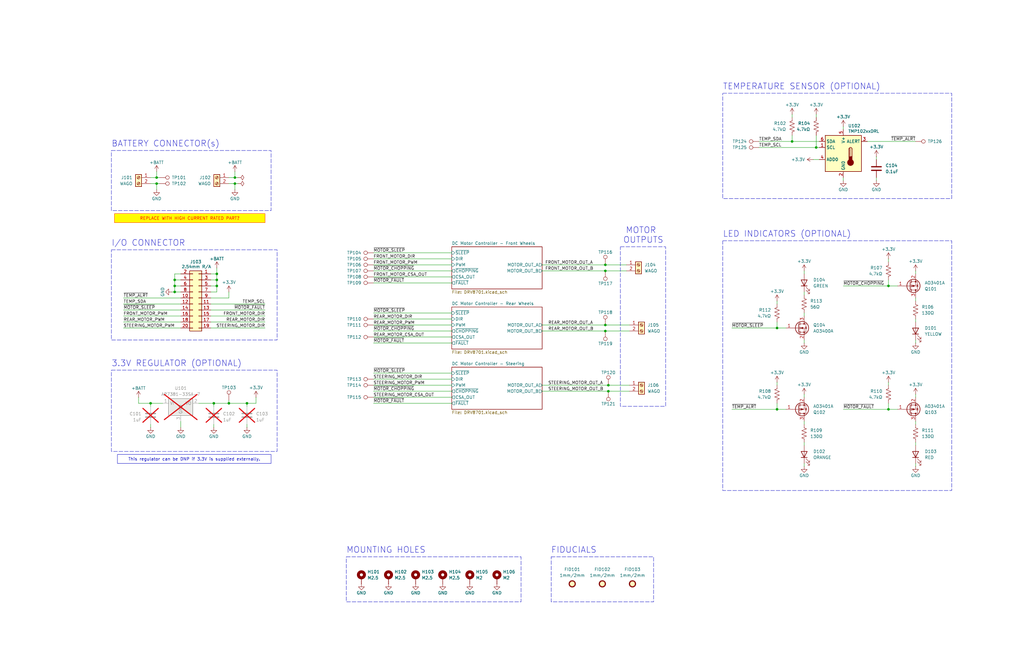
<source format=kicad_sch>
(kicad_sch (version 20250114) (generator "eeschema") (generator_version "9.0")
  (paper "USLedger")
  (title_block (title "Brushed DC Motor Driver") (date "2025-10-21") (rev "V3") (company "Learn Science and Math Club") (comment 1 "Geeks for Kids"))
  (rectangle (start 46.99 156.21) (end 116.84 190.5) (stroke (width 0) (type dash)))
  (rectangle (start 304.8 39.37) (end 401.32 83.82) (stroke (width 0) (type dash)))
  (rectangle (start 232.41 234.95) (end 275.59 254) (stroke (width 0) (type dash)))
  (rectangle (start 261.62 104.14) (end 280.67 171.45) (stroke (width 0) (type dash)))
  (rectangle (start 46.99 105.41) (end 116.84 143.51) (stroke (width 0) (type dash)))
  (rectangle (start 46.99 63.5) (end 114.3 88.9) (stroke (width 0) (type dash)))
  (rectangle (start 304.8 101.6) (end 401.32 207.01) (stroke (width 0) (type dash)))
  (rectangle (start 146.05 234.95) (end 219.71 254) (stroke (width 0) (type dash)))
  (text "LED INDICATORS (OPTIONAL)" (at 304.8 100.33 0) (effects (font (size 2.54 2.54)) (justify left bottom)))
  (text "3.3V REGULATOR (OPTIONAL)" (at 46.99 154.94 0) (effects (font (size 2.54 2.54)) (justify left bottom)))
  (text "MOUNTING HOLES" (at 146.05 233.68 0) (effects (font (size 2.54 2.54)) (justify left bottom)))
  (text "MOTOR \nOUTPUTS" (at 271.272 102.87 0) (effects (font (size 2.54 2.54)) (justify bottom)))
  (text "BATTERY CONNECTOR(s)" (at 46.99 62.23 0) (effects (font (size 2.54 2.54)) (justify left bottom)))
  (text "TEMPERATURE SENSOR (OPTIONAL)" (at 304.8 38.1 0) (effects (font (size 2.54 2.54)) (justify left bottom)))
  (text "I/O CONNECTOR" (at 46.99 104.14 0) (effects (font (size 2.54 2.54)) (justify left bottom)))
  (text "FIDUCIALS" (at 232.41 233.68 0) (effects (font (size 2.54 2.54)) (justify left bottom)))
  (text_box "This regulator can be DNP if 3.3V is supplied externally. " (at 49.53 191.77 0) (size 64.77 3.81) (margins 0.9525 0.9525 0.9525 0.9525) (effects (font (size 1.27 1.27))))
  (text_box "REPLACE WITH HIGH CURRENT RATED PART?" (at 48.26 90.17 0) (size 63.5 3.81) (margins 0.9525 0.9525 0.9525 0.9525) (stroke (width 0) (color 255 28 0 1)) (fill (type color) (color 255 252 0 1)) (effects (font (size 1.27 1.27))))
  (junction (at 73.66 123.19))
  (junction (at 73.66 118.11))
  (junction (at 327.66 172.72))
  (junction (at 104.14 170.18))
  (junction (at 99.06 74.93))
  (junction (at 344.17 62.23))
  (junction (at 73.66 120.65))
  (junction (at 66.04 77.47))
  (junction (at 63.5 170.18))
  (junction (at 334.01 59.69))
  (junction (at 96.52 170.18))
  (junction (at 255.27 139.7))
  (junction (at 90.17 170.18))
  (junction (at 255.27 114.3))
  (junction (at 256.54 162.56))
  (junction (at 256.54 165.1))
  (junction (at 374.65 172.72))
  (junction (at 255.27 111.76))
  (junction (at 327.66 138.43))
  (junction (at 255.27 137.16))
  (junction (at 374.65 120.65))
  (junction (at 91.44 120.65))
  (junction (at 91.44 115.57))
  (junction (at 91.44 118.11))
  (junction (at 66.04 74.93))
  (junction (at 99.06 77.47))
  (wire (pts (xy 88.9 130.81) (xy 111.76 130.81)))
  (wire (pts (xy 157.48 160.02) (xy 190.5 160.02)))
  (wire (pts (xy 255.27 114.3) (xy 264.16 114.3)))
  (wire (pts (xy 63.5 170.18) (xy 63.5 171.45)))
  (wire (pts (xy 339.09 123.19) (xy 339.09 124.46)))
  (wire (pts (xy 344.17 48.26) (xy 344.17 49.53)))
  (wire (pts (xy 256.54 165.1) (xy 265.43 165.1)))
  (wire (pts (xy 327.66 138.43) (xy 331.47 138.43)))
  (wire (pts (xy 157.48 139.7) (xy 190.5 139.7)))
  (wire (pts (xy 157.48 132.08) (xy 190.5 132.08)))
  (wire (pts (xy 66.04 74.93) (xy 67.31 74.93)))
  (wire (pts (xy 104.14 170.18) (xy 107.95 170.18)))
  (wire (pts (xy 157.48 162.56) (xy 190.5 162.56)))
  (wire (pts (xy 73.66 123.19) (xy 76.2 123.19)))
  (wire (pts (xy 66.04 77.47) (xy 67.31 77.47)))
  (wire (pts (xy 88.9 123.19) (xy 91.44 123.19)))
  (wire (pts (xy 228.6 114.3) (xy 255.27 114.3)))
  (wire (pts (xy 327.66 161.29) (xy 327.66 162.56)))
  (wire (pts (xy 73.66 120.65) (xy 73.66 118.11)))
  (wire (pts (xy 52.07 133.35) (xy 76.2 133.35)))
  (wire (pts (xy 308.61 172.72) (xy 327.66 172.72)))
  (wire (pts (xy 256.54 162.56) (xy 265.43 162.56)))
  (wire (pts (xy 157.48 134.62) (xy 190.5 134.62)))
  (wire (pts (xy 339.09 143.51) (xy 339.09 144.78)))
  (wire (pts (xy 327.66 127) (xy 327.66 128.27)))
  (wire (pts (xy 320.04 59.69) (xy 334.01 59.69)))
  (wire (pts (xy 327.66 172.72) (xy 331.47 172.72)))
  (wire (pts (xy 73.66 120.65) (xy 76.2 120.65)))
  (wire (pts (xy 96.52 125.73) (xy 96.52 123.19)))
  (wire (pts (xy 52.07 135.89) (xy 76.2 135.89)))
  (wire (pts (xy 386.08 166.37) (xy 386.08 167.64)))
  (wire (pts (xy 99.06 77.47) (xy 96.52 77.47)))
  (wire (pts (xy 83.82 170.18) (xy 90.17 170.18)))
  (wire (pts (xy 344.17 62.23) (xy 345.44 62.23)))
  (wire (pts (xy 91.44 123.19) (xy 91.44 120.65)))
  (wire (pts (xy 111.76 133.35) (xy 88.9 133.35)))
  (wire (pts (xy 63.5 170.18) (xy 68.58 170.18)))
  (wire (pts (xy 339.09 166.37) (xy 339.09 167.64)))
  (wire (pts (xy 355.6 172.72) (xy 374.65 172.72)))
  (wire (pts (xy 374.65 120.65) (xy 378.46 120.65)))
  (wire (pts (xy 308.61 138.43) (xy 327.66 138.43)))
  (wire (pts (xy 339.09 195.58) (xy 339.09 196.85)))
  (wire (pts (xy 157.48 106.68) (xy 190.5 106.68)))
  (wire (pts (xy 88.9 125.73) (xy 96.52 125.73)))
  (wire (pts (xy 374.65 172.72) (xy 378.46 172.72)))
  (wire (pts (xy 73.66 123.19) (xy 73.66 120.65)))
  (wire (pts (xy 63.5 179.07) (xy 63.5 180.34)))
  (wire (pts (xy 365.76 59.69) (xy 386.08 59.69)))
  (wire (pts (xy 369.57 67.31) (xy 369.57 66.04)))
  (wire (pts (xy 99.06 77.47) (xy 100.33 77.47)))
  (wire (pts (xy 355.6 76.2) (xy 355.6 74.93)))
  (wire (pts (xy 63.5 74.93) (xy 66.04 74.93)))
  (wire (pts (xy 90.17 170.18) (xy 90.17 171.45)))
  (wire (pts (xy 157.48 109.22) (xy 190.5 109.22)))
  (wire (pts (xy 157.48 170.18) (xy 190.5 170.18)))
  (wire (pts (xy 111.76 138.43) (xy 88.9 138.43)))
  (wire (pts (xy 255.27 139.7) (xy 265.43 139.7)))
  (wire (pts (xy 99.06 74.93) (xy 99.06 72.39)))
  (wire (pts (xy 334.01 48.26) (xy 334.01 49.53)))
  (wire (pts (xy 111.76 135.89) (xy 88.9 135.89)))
  (wire (pts (xy 374.65 109.22) (xy 374.65 110.49)))
  (wire (pts (xy 66.04 77.47) (xy 63.5 77.47)))
  (wire (pts (xy 334.01 57.15) (xy 334.01 59.69)))
  (wire (pts (xy 339.09 132.08) (xy 339.09 133.35)))
  (wire (pts (xy 386.08 143.51) (xy 386.08 144.78)))
  (wire (pts (xy 111.76 128.27) (xy 88.9 128.27)))
  (wire (pts (xy 107.95 170.18) (xy 107.95 167.64)))
  (wire (pts (xy 355.6 54.61) (xy 355.6 53.34)))
  (wire (pts (xy 327.66 135.89) (xy 327.66 138.43)))
  (wire (pts (xy 157.48 114.3) (xy 190.5 114.3)))
  (wire (pts (xy 88.9 118.11) (xy 91.44 118.11)))
  (wire (pts (xy 339.09 177.8) (xy 339.09 179.07)))
  (wire (pts (xy 386.08 186.69) (xy 386.08 187.96)))
  (wire (pts (xy 157.48 116.84) (xy 190.5 116.84)))
  (wire (pts (xy 104.14 179.07) (xy 104.14 180.34)))
  (wire (pts (xy 90.17 170.18) (xy 96.52 170.18)))
  (wire (pts (xy 342.9 67.31) (xy 345.44 67.31)))
  (wire (pts (xy 255.27 137.16) (xy 265.43 137.16)))
  (wire (pts (xy 355.6 120.65) (xy 374.65 120.65)))
  (wire (pts (xy 91.44 120.65) (xy 91.44 118.11)))
  (wire (pts (xy 52.07 138.43) (xy 76.2 138.43)))
  (wire (pts (xy 52.07 130.81) (xy 76.2 130.81)))
  (wire (pts (xy 228.6 111.76) (xy 255.27 111.76)))
  (wire (pts (xy 52.07 125.73) (xy 76.2 125.73)))
  (wire (pts (xy 52.07 128.27) (xy 76.2 128.27)))
  (wire (pts (xy 228.6 137.16) (xy 255.27 137.16)))
  (wire (pts (xy 58.42 170.18) (xy 63.5 170.18)))
  (wire (pts (xy 327.66 170.18) (xy 327.66 172.72)))
  (wire (pts (xy 157.48 111.76) (xy 190.5 111.76)))
  (wire (pts (xy 96.52 168.91) (xy 96.52 170.18)))
  (wire (pts (xy 100.33 74.93) (xy 99.06 74.93)))
  (wire (pts (xy 73.66 115.57) (xy 73.66 118.11)))
  (wire (pts (xy 228.6 162.56) (xy 256.54 162.56)))
  (wire (pts (xy 157.48 119.38) (xy 190.5 119.38)))
  (wire (pts (xy 374.65 161.29) (xy 374.65 162.56)))
  (wire (pts (xy 386.08 125.73) (xy 386.08 127)))
  (wire (pts (xy 228.6 165.1) (xy 256.54 165.1)))
  (wire (pts (xy 157.48 142.24) (xy 190.5 142.24)))
  (wire (pts (xy 91.44 115.57) (xy 91.44 113.03)))
  (wire (pts (xy 228.6 139.7) (xy 255.27 139.7)))
  (wire (pts (xy 339.09 186.69) (xy 339.09 187.96)))
  (wire (pts (xy 386.08 114.3) (xy 386.08 115.57)))
  (wire (pts (xy 104.14 170.18) (xy 104.14 171.45)))
  (wire (pts (xy 386.08 177.8) (xy 386.08 179.07)))
  (wire (pts (xy 66.04 74.93) (xy 66.04 72.39)))
  (wire (pts (xy 91.44 118.11) (xy 91.44 115.57)))
  (wire (pts (xy 386.08 134.62) (xy 386.08 135.89)))
  (wire (pts (xy 334.01 59.69) (xy 345.44 59.69)))
  (wire (pts (xy 99.06 80.01) (xy 99.06 77.47)))
  (wire (pts (xy 88.9 120.65) (xy 91.44 120.65)))
  (wire (pts (xy 88.9 115.57) (xy 91.44 115.57)))
  (wire (pts (xy 374.65 118.11) (xy 374.65 120.65)))
  (wire (pts (xy 255.27 111.76) (xy 264.16 111.76)))
  (wire (pts (xy 157.48 167.64) (xy 190.5 167.64)))
  (wire (pts (xy 157.48 137.16) (xy 190.5 137.16)))
  (wire (pts (xy 374.65 170.18) (xy 374.65 172.72)))
  (wire (pts (xy 96.52 170.18) (xy 104.14 170.18)))
  (wire (pts (xy 73.66 118.11) (xy 76.2 118.11)))
  (wire (pts (xy 58.42 167.64) (xy 58.42 170.18)))
  (wire (pts (xy 157.48 157.48) (xy 190.5 157.48)))
  (wire (pts (xy 386.08 195.58) (xy 386.08 196.85)))
  (wire (pts (xy 72.39 123.19) (xy 73.66 123.19)))
  (wire (pts (xy 66.04 80.01) (xy 66.04 77.47)))
  (wire (pts (xy 344.17 57.15) (xy 344.17 62.23)))
  (wire (pts (xy 157.48 144.78) (xy 190.5 144.78)))
  (wire (pts (xy 369.57 74.93) (xy 369.57 76.2)))
  (wire (pts (xy 157.48 165.1) (xy 190.5 165.1)))
  (wire (pts (xy 76.2 177.8) (xy 76.2 180.34)))
  (wire (pts (xy 339.09 114.3) (xy 339.09 115.57)))
  (wire (pts (xy 96.52 74.93) (xy 99.06 74.93)))
  (wire (pts (xy 76.2 115.57) (xy 73.66 115.57)))
  (wire (pts (xy 320.04 62.23) (xy 344.17 62.23)))
  (wire (pts (xy 90.17 179.07) (xy 90.17 180.34)))
  (label "REAR_MOTOR_DIR" (at 111.76 135.89 180))
  (label "STEERING_MOTOR_PWM" (at 157.48 162.56 0))
  (label "FRONT_MOTOR_OUT_A" (at 229.87 111.76 0))
  (label "~{MOTOR_SLEEP}" (at 52.07 130.81 0))
  (label "~{MOTOR_CHOPPING}" (at 157.48 165.1 0))
  (label "~{MOTOR_FAULT}" (at 157.48 119.38 0))
  (label "REAR_MOTOR_OUT_A" (at 231.14 137.16 0))
  (label "~{TEMP_ALRT}" (at 52.07 125.73 0))
  (label "FRONT_MOTOR_PWM" (at 157.48 111.76 0))
  (label "~{MOTOR_FAULT}" (at 157.48 144.78 0))
  (label "TEMP_SCL" (at 111.76 128.27 180))
  (label "TEMP_SDA" (at 320.04 59.69 0))
  (label "FRONT_MOTOR_CSA_OUT" (at 157.48 116.84 0))
  (label "FRONT_MOTOR_DIR" (at 111.76 133.35 180))
  (label "REAR_MOTOR_PWM" (at 52.07 135.89 0))
  (label "STEERING_MOTOR_PWM" (at 52.07 138.43 0))
  (label "FRONT_MOTOR_OUT_B" (at 229.87 114.3 0))
  (label "REAR_MOTOR_DIR" (at 157.48 134.62 0))
  (label "~{MOTOR_CHOPPING}" (at 355.6 120.65 0))
  (label "TEMP_SDA" (at 52.07 128.27 0))
  (label "~{MOTOR_SLEEP}" (at 157.48 106.68 0))
  (label "STEERING_MOTOR_OUT_B" (at 231.14 165.1 0))
  (label "~{MOTOR_FAULT}" (at 355.6 172.72 0))
  (label "~{MOTOR_SLEEP}" (at 157.48 157.48 0))
  (label "FRONT_MOTOR_DIR" (at 157.48 109.22 0))
  (label "~{MOTOR_FAULT}" (at 111.76 130.81 180))
  (label "STEERING_MOTOR_CSA_OUT" (at 157.48 167.64 0))
  (label "STEERING_MOTOR_DIR" (at 157.48 160.02 0))
  (label "~{TEMP_ALRT}" (at 386.08 59.69 180))
  (label "STEERING_MOTOR_DIR" (at 111.76 138.43 180))
  (label "TEMP_SCL" (at 320.04 62.23 0))
  (label "~{MOTOR_CHOPPING}" (at 157.48 114.3 0))
  (label "~{MOTOR_CHOPPING}" (at 157.48 139.7 0))
  (label "REAR_MOTOR_CSA_OUT" (at 157.48 142.24 0))
  (label "STEERING_MOTOR_OUT_A" (at 231.14 162.56 0))
  (label "~{TEMP_ALRT}" (at 308.61 172.72 0))
  (label "REAR_MOTOR_PWM" (at 157.48 137.16 0))
  (label "~{MOTOR_SLEEP}" (at 308.61 138.43 0))
  (label "FRONT_MOTOR_PWM" (at 52.07 133.35 0))
  (label "~{MOTOR_SLEEP}" (at 157.48 132.08 0))
  (label "~{MOTOR_FAULT}" (at 157.48 170.18 0))
  (label "REAR_MOTOR_OUT_B" (at 231.14 139.7 0))
  (symbol (lib_id "Connector:TestPoint") (at 157.48 162.56 90) (unit 1)
    (property "Reference" "TP114" (at 149.352 162.56 90))
    (property "Value" "1.5mm" (effects (hide yes)))
    (property "Footprint" "TestPoint:TestPoint_Pad_D1.5mm" (effects (hide yes)))
    (property "Description" "test point" (effects (hide yes)))
  )
  (symbol (lib_id "Mechanical:Fiducial") (at 241.3 246.38 0) (unit 1) (in_bom no)
    (property "Reference" "FID101" (at 241.3 240.284 0))
    (property "Value" "1mm/2mm" (at 241.3 242.824 0))
    (property "Footprint" "Fiducial:Fiducial_1mm_Mask2mm" (effects (hide yes)))
    (property "Description" "Fiducial Marker" (effects (hide yes)))
  )
  (symbol (lib_id "Device:R_US") (at 334.01 53.34 0) (mirror y) (unit 1)
    (property "Reference" "R102" (at 331.47 52.0699 0) (effects (justify left)))
    (property "Value" "4.7kΩ" (at 331.47 54.6099 0) (effects (justify left)))
    (property "Footprint" "Resistor_SMD:R_0603_1608Metric" (effects (hide yes)))
    (property "Datasheet" "https://www.lcsc.com/datasheet/C23162.pdf" (effects (hide yes)))
    (property "Description" "RES 4.7kΩ ±1% 100mW 0603" (effects (hide yes)))
    (property "MPN" "C23162" (effects (hide yes)))
  )
  (symbol (lib_id "Mechanical:Fiducial") (at 266.7 246.38 0) (unit 1) (in_bom no)
    (property "Reference" "FID103" (at 266.7 240.284 0))
    (property "Value" "1mm/2mm" (at 266.7 242.824 0))
    (property "Footprint" "Fiducial:Fiducial_1mm_Mask2mm" (effects (hide yes)))
    (property "Description" "Fiducial Marker" (effects (hide yes)))
  )
  (symbol (lib_id "Device:LED") (at 339.09 119.38 90) (unit 1)
    (property "Reference" "D104" (at 342.9 118.11 90) (effects (justify right)))
    (property "Value" "GREEN" (at 342.9 120.65 90) (effects (justify right)))
    (property "Footprint" "LED_SMD:LED_0603_1608Metric" (effects (hide yes)))
    (property "Datasheet" "https://www.lcsc.com/datasheet/C965804.pdf" (effects (hide yes)))
    (property "Description" "LED EMERALD GREEN WATER CLEAR 0603 SMD" (effects (hide yes)))
    (property "MPN" "C965804" (effects (hide yes)))
  )
  (symbol (lib_id "Regulator_Linear:AP7381-33SA-7") (at 76.2 170.18 0) (unit 1) (in_bom no) (dnp yes)
    (property "Reference" "U101" (at 76.2 163.83 0))
    (property "Value" "AP7381-33SA-7" (at 76.2 166.37 0))
    (property "Footprint" "Package_TO_SOT_SMD:SOT-23" (effects (hide yes)))
    (property "Datasheet" "https://www.diodes.com/assets/Datasheets/AP7381.pdf" (effects (hide yes)))
    (property "Description" "150mA Low Dropout Voltage Regulator, Fixed Output 3.3V, Wide Input Voltage Range 40V, SOT-23" (effects (hide yes)))
    (property "MPN" "C460411" (effects (hide yes)))
  )
  (symbol (lib_id "power:GND") (at 90.17 180.34 0) (mirror y) (unit 1)
    (property "Reference" "#PWR0110" (effects (hide yes)))
    (property "Value" "GND" (at 90.17 184.15 0))
    (property "Description" "Power symbol creates a global label with name \"GND\" , ground" (effects (hide yes)))
  )
  (symbol (lib_id "Device:LED") (at 339.09 191.77 90) (unit 1)
    (property "Reference" "D102" (at 342.9 190.5 90) (effects (justify right)))
    (property "Value" "ORANGE" (at 342.9 193.04 90) (effects (justify right)))
    (property "Footprint" "LED_SMD:LED_0603_1608Metric" (effects (hide yes)))
    (property "Datasheet" "https://www.lcsc.com/datasheet/C965800.pdf" (effects (hide yes)))
    (property "Description" "LED ORANGE WATER CLEAR 0603 SMD" (effects (hide yes)))
    (property "MPN" "C965800" (effects (hide yes)))
  )
  (symbol (lib_id "power:GND") (at 99.06 80.01 0) (mirror y) (unit 1)
    (property "Reference" "#PWR0115" (effects (hide yes)))
    (property "Value" "GND" (at 99.06 83.82 0))
    (property "Description" "Power symbol creates a global label with name \"GND\" , ground" (effects (hide yes)))
  )
  (symbol (lib_id "Sensor_Temperature:TMP102xxDRL") (at 355.6 64.77 0) (unit 1)
    (property "Reference" "U102" (at 357.632 53.086 0) (effects (justify left)))
    (property "Value" "TMP102xxDRL" (at 357.632 55.372 0) (effects (justify left)))
    (property "Footprint" "Package_TO_SOT_SMD:SOT-563" (effects (hide yes)))
    (property "Datasheet" "https://www.ti.com/lit/ds/symlink/tmp102.pdf" (effects (hide yes)))
    (property "Description" "Digital Temperature Sensor, ±3°C, low-Power, SMBus, 12 bit, Two-Wire Serial Interface, SOT-563" (effects (hide yes)))
    (property "MPN" "C99269" (effects (hide yes)))
  )
  (symbol (lib_id "power:+3.3V") (at 374.65 161.29 0) (unit 1)
    (property "Reference" "#PWR0136" (effects (hide yes)))
    (property "Value" "+3.3V" (at 374.65 157.226 0))
    (property "Description" "Power symbol creates a global label with name \"+3.3V\"" (effects (hide yes)))
  )
  (symbol (lib_id "power:GND") (at 104.14 180.34 0) (mirror y) (unit 1)
    (property "Reference" "#PWR0116" (effects (hide yes)))
    (property "Value" "GND" (at 104.14 184.15 0))
    (property "Description" "Power symbol creates a global label with name \"GND\" , ground" (effects (hide yes)))
  )
  (symbol (lib_id "Device:R_US") (at 327.66 132.08 0) (mirror y) (unit 1)
    (property "Reference" "R112" (at 325.12 130.8099 0) (effects (justify left)))
    (property "Value" "4.7kΩ" (at 325.12 133.3499 0) (effects (justify left)))
    (property "Footprint" "Resistor_SMD:R_0603_1608Metric" (effects (hide yes)))
    (property "Datasheet" "https://www.lcsc.com/datasheet/C23162.pdf" (effects (hide yes)))
    (property "Description" "RES 4.7kΩ ±1% 100mW 0603" (effects (hide yes)))
    (property "MPN" "C23162" (effects (hide yes)))
  )
  (symbol (lib_id "power:+3.3V") (at 334.01 48.26 0) (unit 1)
    (property "Reference" "#PWR0127" (effects (hide yes)))
    (property "Value" "+3.3V" (at 334.01 44.196 0))
    (property "Description" "Power symbol creates a global label with name \"+3.3V\"" (effects (hide yes)))
  )
  (symbol (lib_id "Device:R_US") (at 339.09 182.88 0) (unit 1)
    (property "Reference" "R109" (at 341.63 181.6099 0) (effects (justify left)))
    (property "Value" "130Ω" (at 341.63 184.1499 0) (effects (justify left)))
    (property "Footprint" "Resistor_SMD:R_0603_1608Metric" (effects (hide yes)))
    (property "Datasheet" "https://www.lcsc.com/datasheet/C22796.pdf" (effects (hide yes)))
    (property "Description" "RES 130Ω ±1% 100mW 0603" (effects (hide yes)))
    (property "MPN" "C22796" (effects (hide yes)))
  )
  (symbol (lib_id "Connector_Generic:Conn_02x10_Odd_Even") (at 83.82 125.73 0) (mirror y) (unit 1)
    (property "Reference" "J103" (at 82.55 110.49 0))
    (property "Value" "2.54mm R/A" (at 82.804 112.522 0))
    (property "Footprint" "Connector_PinSocket_2.54mm:PinSocket_2x10_P2.54mm_Horizontal" (effects (hide yes)))
    (property "Description" "Generic connector, double row, 02x10, odd/even pin numbering scheme (row 1 odd numbers, row 2 even numbers), script generated (kicad-library-utils/schlib/autogen/connector/)" (effects (hide yes)))
    (property "MPN" "C2897430" (effects (hide yes)))
  )
  (symbol (lib_id "Connector:TestPoint") (at 67.31 74.93 270) (mirror x) (unit 1)
    (property "Reference" "TP101" (at 75.438 74.93 90))
    (property "Value" "1.5mm" (effects (hide yes)))
    (property "Footprint" "TestPoint:TestPoint_Pad_D1.5mm" (effects (hide yes)))
    (property "Description" "test point" (effects (hide yes)))
  )
  (symbol (lib_id "Connector:TestPoint") (at 157.48 109.22 90) (unit 1)
    (property "Reference" "TP105" (at 149.352 109.22 90))
    (property "Value" "1.5mm" (effects (hide yes)))
    (property "Footprint" "TestPoint:TestPoint_Pad_D1.5mm" (effects (hide yes)))
    (property "Description" "test point" (effects (hide yes)))
  )
  (symbol (lib_id "Connector:TestPoint") (at 255.27 137.16 0) (mirror y) (unit 1)
    (property "Reference" "TP118" (at 255.27 131.826 0))
    (property "Value" "1.5mm" (effects (hide yes)))
    (property "Footprint" "TestPoint:TestPoint_Pad_D1.5mm" (effects (hide yes)))
    (property "Description" "test point" (effects (hide yes)))
  )
  (symbol (lib_id "Device:LED") (at 386.08 139.7 90) (unit 1)
    (property "Reference" "D101" (at 389.89 138.43 90) (effects (justify right)))
    (property "Value" "YELLOW" (at 389.89 140.97 90) (effects (justify right)))
    (property "Footprint" "LED_SMD:LED_0603_1608Metric" (effects (hide yes)))
    (property "Datasheet" "https://www.lcsc.com/datasheet/C965802.pdf" (effects (hide yes)))
    (property "Description" "LED YELLOW WATER CLEAR 0603 SMD" (effects (hide yes)))
    (property "MPN" "C965802" (effects (hide yes)))
  )
  (symbol (lib_id "power:+3.3V") (at 339.09 166.37 0) (unit 1)
    (property "Reference" "#PWR0134" (effects (hide yes)))
    (property "Value" "+3.3V" (at 339.09 162.306 0))
    (property "Description" "Power symbol creates a global label with name \"+3.3V\"" (effects (hide yes)))
  )
  (symbol (lib_id "power:GND") (at 369.57 76.2 0) (unit 1)
    (property "Reference" "#PWR0124" (effects (hide yes)))
    (property "Value" "GND" (at 369.57 80.01 0))
    (property "Description" "Power symbol creates a global label with name \"GND\" , ground" (effects (hide yes)))
  )
  (symbol (lib_id "Transistor_FET:Q_PMOS_GSD") (at 336.55 172.72 0) (mirror x) (unit 1)
    (property "Reference" "Q102" (at 342.9 173.9901 0) (effects (justify left)))
    (property "Value" "AO3401A" (at 342.9 171.4501 0) (effects (justify left)))
    (property "Footprint" "Package_TO_SOT_SMD:SOT-23" (effects (hide yes)))
    (property "Datasheet" "https://www.lcsc.com/datasheet/C347476.pdf" (effects (hide yes)))
    (property "Description" "MOSFET P-CH 30V 4.2A SOT-23" (effects (hide yes)))
    (property "MPN" "C347476" (effects (hide yes)))
  )
  (symbol (lib_id "Mechanical:MountingHole_Pad") (at 209.55 243.84 0) (unit 1) (in_bom no)
    (property "Reference" "H106" (at 212.09 241.2999 0) (effects (justify left)))
    (property "Value" "M2" (at 212.09 243.8399 0) (effects (justify left)))
    (property "Footprint" "MountingHole:MountingHole_2.2mm_M2_Pad_Via" (effects (hide yes)))
    (property "Description" "Mounting Hole with connection" (effects (hide yes)))
  )
  (symbol (lib_id "Connector:TestPoint") (at 386.08 59.69 270) (mirror x) (unit 1)
    (property "Reference" "TP126" (at 394.208 59.69 90))
    (property "Value" "1.5mm" (effects (hide yes)))
    (property "Footprint" "TestPoint:TestPoint_Pad_D1.5mm" (effects (hide yes)))
    (property "Description" "test point" (effects (hide yes)))
  )
  (symbol (lib_id "power:GND") (at 386.08 144.78 0) (mirror y) (unit 1)
    (property "Reference" "#PWR0130" (effects (hide yes)))
    (property "Value" "GND" (at 386.08 148.59 0))
    (property "Description" "Power symbol creates a global label with name \"GND\" , ground" (effects (hide yes)))
  )
  (symbol (lib_id "power:+3.3V") (at 96.52 123.19 0) (unit 1)
    (property "Reference" "#PWR0113" (effects (hide yes)))
    (property "Value" "+3.3V" (at 96.52 119.126 0))
    (property "Description" "Power symbol creates a global label with name \"+3.3V\"" (effects (hide yes)))
  )
  (symbol (lib_id "power:+3.3V") (at 342.9 67.31 90) (unit 1)
    (property "Reference" "#PWR0126" (effects (hide yes)))
    (property "Value" "+3.3V" (at 336.55 67.31 90))
    (property "Description" "Power symbol creates a global label with name \"+3.3V\"" (effects (hide yes)))
  )
  (symbol (lib_id "power:GND") (at 76.2 180.34 0) (mirror y) (unit 1)
    (property "Reference" "#PWR0108" (effects (hide yes)))
    (property "Value" "GND" (at 76.2 184.15 0))
    (property "Description" "Power symbol creates a global label with name \"GND\" , ground" (effects (hide yes)))
  )
  (symbol (lib_id "Transistor_FET:Q_NMOS_GSD") (at 336.55 138.43 0) (unit 1)
    (property "Reference" "Q104" (at 342.9 137.1599 0) (effects (justify left)))
    (property "Value" "AO3400A" (at 342.9 139.6999 0) (effects (justify left)))
    (property "Footprint" "Package_TO_SOT_SMD:SOT-23" (effects (hide yes)))
    (property "Datasheet" "https://www.lcsc.com/datasheet/C347475.pdf" (effects (hide yes)))
    (property "Description" "MOSFET N-CH 30V 5.8A SOT-23" (effects (hide yes)))
    (property "MPN" "C347475" (effects (hide yes)))
  )
  (symbol (lib_id "Connector:TestPoint") (at 157.48 134.62 90) (unit 1)
    (property "Reference" "TP110" (at 149.352 134.62 90))
    (property "Value" "1.5mm" (effects (hide yes)))
    (property "Footprint" "TestPoint:TestPoint_Pad_D1.5mm" (effects (hide yes)))
    (property "Description" "test point" (effects (hide yes)))
  )
  (symbol (lib_id "power:GND") (at 152.4 246.38 0) (unit 1)
    (property "Reference" "#PWR0102" (effects (hide yes)))
    (property "Value" "GND" (at 152.4 250.19 0))
    (property "Description" "Power symbol creates a global label with name \"GND\" , ground" (effects (hide yes)))
  )
  (symbol (lib_id "Connector:Screw_Terminal_01x02") (at 91.44 74.93 0) (mirror y) (unit 1)
    (property "Reference" "J102" (at 88.9 74.9299 0) (effects (justify left)))
    (property "Value" "WAGO" (at 88.9 77.4699 0) (effects (justify left)))
    (property "Footprint" "TerminalBlock_WAGO:TerminalBlock_WAGO_804-302_1x02_P7.50mm_45Degree" (effects (hide yes)))
    (property "Datasheet" "https://wago.priintcloud.com/datasheets/804-302/en/" (effects (hide yes)))
    (property "Description" "PCB TERMINAL BLOCK; PUSH-BUTTON;" (effects (hide yes)))
    (property "MPN" "804-302" (effects (hide yes)))
  )
  (symbol (lib_id "Connector:TestPoint") (at 255.27 139.7 180) (unit 1)
    (property "Reference" "TP119" (at 255.27 145.034 0))
    (property "Value" "1.5mm" (effects (hide yes)))
    (property "Footprint" "TestPoint:TestPoint_Pad_D1.5mm" (effects (hide yes)))
    (property "Description" "test point" (effects (hide yes)))
  )
  (symbol (lib_id "power:GND") (at 163.83 246.38 0) (unit 1)
    (property "Reference" "#PWR0104" (effects (hide yes)))
    (property "Value" "GND" (at 163.83 250.19 0))
    (property "Description" "Power symbol creates a global label with name \"GND\" , ground" (effects (hide yes)))
  )
  (symbol (lib_id "power:+BATT") (at 99.06 72.39 0) (mirror y) (unit 1)
    (property "Reference" "#PWR0114" (effects (hide yes)))
    (property "Value" "+BATT" (at 99.06 68.58 0))
    (property "Description" "Power symbol creates a global label with name \"+BATT\"" (effects (hide yes)))
  )
  (symbol (lib_id "power:GND") (at 355.6 76.2 0) (mirror y) (unit 1)
    (property "Reference" "#PWR0119" (effects (hide yes)))
    (property "Value" "GND" (at 355.6 80.01 0))
    (property "Description" "Power symbol creates a global label with name \"GND\" , ground" (effects (hide yes)))
  )
  (symbol (lib_id "Mechanical:MountingHole_Pad") (at 163.83 243.84 0) (unit 1) (in_bom no)
    (property "Reference" "H102" (at 166.37 241.2999 0) (effects (justify left)))
    (property "Value" "M2.5" (at 166.37 243.8399 0) (effects (justify left)))
    (property "Footprint" "MountingHole:MountingHole_2.7mm_M2.5_Pad_Via" (effects (hide yes)))
    (property "Description" "Mounting Hole with connection" (effects (hide yes)))
  )
  (symbol (lib_id "Mechanical:MountingHole_Pad") (at 186.69 243.84 0) (unit 1) (in_bom no)
    (property "Reference" "H104" (at 189.23 241.2999 0) (effects (justify left)))
    (property "Value" "M2.5" (at 189.23 243.8399 0) (effects (justify left)))
    (property "Footprint" "MountingHole:MountingHole_2.7mm_M2.5_Pad_Via" (effects (hide yes)))
    (property "Description" "Mounting Hole with connection" (effects (hide yes)))
  )
  (symbol (lib_id "Device:C") (at 369.57 71.12 0) (unit 1)
    (property "Reference" "C104" (at 373.38 69.8499 0) (effects (justify left)))
    (property "Value" "0.1uF" (at 373.38 72.3899 0) (effects (justify left)))
    (property "Footprint" "Capacitor_SMD:C_0603_1608Metric" (effects (hide yes)))
    (property "Datasheet" "https://www.lcsc.com/datasheet/C14663.pdf" (effects (hide yes)))
    (property "Description" "CAP CER 100nF 50V X7R 0603" (effects (hide yes)))
    (property "MPN" "C14663" (effects (hide yes)))
  )
  (symbol (lib_id "power:+3.3V") (at 386.08 166.37 0) (unit 1)
    (property "Reference" "#PWR0137" (effects (hide yes)))
    (property "Value" "+3.3V" (at 386.08 162.306 0))
    (property "Description" "Power symbol creates a global label with name \"+3.3V\"" (effects (hide yes)))
  )
  (symbol (lib_id "Device:R_US") (at 386.08 130.81 0) (unit 1)
    (property "Reference" "R106" (at 388.62 129.5399 0) (effects (justify left)))
    (property "Value" "130Ω" (at 388.62 132.0799 0) (effects (justify left)))
    (property "Footprint" "Resistor_SMD:R_0603_1608Metric" (effects (hide yes)))
    (property "Datasheet" "https://www.lcsc.com/datasheet/C22796.pdf" (effects (hide yes)))
    (property "Description" "RES 130Ω ±1% 100mW 0603" (effects (hide yes)))
    (property "MPN" "C22796" (effects (hide yes)))
  )
  (symbol (lib_id "Connector:TestPoint") (at 67.31 77.47 270) (mirror x) (unit 1)
    (property "Reference" "TP102" (at 75.438 77.47 90))
    (property "Value" "1.5mm" (effects (hide yes)))
    (property "Footprint" "TestPoint:TestPoint_Pad_D1.5mm" (effects (hide yes)))
    (property "Description" "test point" (effects (hide yes)))
  )
  (symbol (lib_id "Connector:TestPoint") (at 157.48 114.3 90) (unit 1)
    (property "Reference" "TP107" (at 149.352 114.3 90))
    (property "Value" "1.5mm" (effects (hide yes)))
    (property "Footprint" "TestPoint:TestPoint_Pad_D1.5mm" (effects (hide yes)))
    (property "Description" "test point" (effects (hide yes)))
  )
  (symbol (lib_id "power:+3.3V") (at 374.65 109.22 0) (unit 1)
    (property "Reference" "#PWR0132" (effects (hide yes)))
    (property "Value" "+3.3V" (at 374.65 105.156 0))
    (property "Description" "Power symbol creates a global label with name \"+3.3V\"" (effects (hide yes)))
  )
  (symbol (lib_id "power:PWR_FLAG") (at 100.33 74.93 270) (unit 1)
    (property "Reference" "#FLG0101" (effects (hide yes)))
    (property "Value" "PWR_FLAG" (effects (hide yes)))
    (property "Description" "Special symbol for telling ERC where power comes from" (effects (hide yes)))
  )
  (symbol (lib_id "Device:R_US") (at 327.66 166.37 0) (mirror y) (unit 1)
    (property "Reference" "R108" (at 325.12 165.0999 0) (effects (justify left)))
    (property "Value" "4.7kΩ" (at 325.12 167.6399 0) (effects (justify left)))
    (property "Footprint" "Resistor_SMD:R_0603_1608Metric" (effects (hide yes)))
    (property "Datasheet" "https://www.lcsc.com/datasheet/C23162.pdf" (effects (hide yes)))
    (property "Description" "RES 4.7kΩ ±1% 100mW 0603" (effects (hide yes)))
    (property "MPN" "C23162" (effects (hide yes)))
  )
  (symbol (lib_id "Connector:TestPoint") (at 255.27 111.76 0) (mirror y) (unit 1)
    (property "Reference" "TP116" (at 255.27 106.426 0))
    (property "Value" "1.5mm" (effects (hide yes)))
    (property "Footprint" "TestPoint:TestPoint_Pad_D1.5mm" (effects (hide yes)))
    (property "Description" "test point" (effects (hide yes)))
  )
  (symbol (lib_id "Connector:TestPoint") (at 96.52 168.91 0) (mirror y) (unit 1)
    (property "Reference" "TP103" (at 96.52 163.576 0))
    (property "Value" "1.5mm" (effects (hide yes)))
    (property "Footprint" "TestPoint:TestPoint_Pad_D1.5mm" (effects (hide yes)))
    (property "Description" "test point" (effects (hide yes)))
  )
  (symbol (lib_id "power:GND") (at 175.26 246.38 0) (unit 1)
    (property "Reference" "#PWR0109" (effects (hide yes)))
    (property "Value" "GND" (at 175.26 250.19 0))
    (property "Description" "Power symbol creates a global label with name \"GND\" , ground" (effects (hide yes)))
  )
  (symbol (lib_id "power:+3.3V") (at 386.08 114.3 0) (unit 1)
    (property "Reference" "#PWR0131" (effects (hide yes)))
    (property "Value" "+3.3V" (at 386.08 110.236 0))
    (property "Description" "Power symbol creates a global label with name \"+3.3V\"" (effects (hide yes)))
  )
  (symbol (lib_id "Connector:TestPoint") (at 157.48 119.38 90) (unit 1)
    (property "Reference" "TP109" (at 149.352 119.38 90))
    (property "Value" "1.5mm" (effects (hide yes)))
    (property "Footprint" "TestPoint:TestPoint_Pad_D1.5mm" (effects (hide yes)))
    (property "Description" "test point" (effects (hide yes)))
  )
  (symbol (lib_id "Connector:Screw_Terminal_01x02") (at 270.51 162.56 0) (unit 1)
    (property "Reference" "J106" (at 273.05 162.5599 0) (effects (justify left)))
    (property "Value" "WAGO" (at 273.05 165.0999 0) (effects (justify left)))
    (property "Footprint" "TerminalBlock_WAGO:TerminalBlock_WAGO_804-302_1x02_P7.50mm_45Degree" (effects (hide yes)))
    (property "Datasheet" "https://wago.priintcloud.com/datasheets/804-302/en/" (effects (hide yes)))
    (property "Description" "PCB TERMINAL BLOCK; PUSH-BUTTON;" (effects (hide yes)))
    (property "MPN" "804-302" (effects (hide yes)))
  )
  (symbol (lib_id "Connector:TestPoint") (at 320.04 59.69 90) (unit 1)
    (property "Reference" "TP124" (at 311.912 59.69 90))
    (property "Value" "1.5mm" (effects (hide yes)))
    (property "Footprint" "TestPoint:TestPoint_Pad_D1.5mm" (effects (hide yes)))
    (property "Description" "test point" (effects (hide yes)))
  )
  (symbol (lib_id "power:GND") (at 72.39 123.19 270) (unit 1)
    (property "Reference" "#PWR0107" (effects (hide yes)))
    (property "Value" "GND" (at 68.58 123.19 0))
    (property "Description" "Power symbol creates a global label with name \"GND\" , ground" (effects (hide yes)))
  )
  (symbol (lib_id "Device:R_US") (at 339.09 128.27 0) (unit 1)
    (property "Reference" "R113" (at 341.63 126.9999 0) (effects (justify left)))
    (property "Value" "56Ω" (at 341.63 129.5399 0) (effects (justify left)))
    (property "Footprint" "Resistor_SMD:R_0603_1608Metric" (effects (hide yes)))
    (property "Datasheet" "https://www.lcsc.com/datasheet/C25196.pdf" (effects (hide yes)))
    (property "Description" "RES 56Ω ±1% 100mW 0603" (effects (hide yes)))
    (property "MPN" "C25196" (effects (hide yes)))
  )
  (symbol (lib_id "Connector:Screw_Terminal_01x02") (at 58.42 74.93 0) (mirror y) (unit 1)
    (property "Reference" "J101" (at 55.88 74.9299 0) (effects (justify left)))
    (property "Value" "WAGO" (at 55.88 77.4699 0) (effects (justify left)))
    (property "Footprint" "TerminalBlock_WAGO:TerminalBlock_WAGO_804-302_1x02_P7.50mm_45Degree" (effects (hide yes)))
    (property "Datasheet" "https://wago.priintcloud.com/datasheets/804-302/en/" (effects (hide yes)))
    (property "Description" "PCB TERMINAL BLOCK; PUSH-BUTTON;" (effects (hide yes)))
    (property "MPN" "804-302" (effects (hide yes)))
  )
  (symbol (lib_id "Mechanical:Fiducial") (at 254 246.38 0) (unit 1) (in_bom no)
    (property "Reference" "FID102" (at 254 240.284 0))
    (property "Value" "1mm/2mm" (at 254 242.824 0))
    (property "Footprint" "Fiducial:Fiducial_1mm_Mask2mm" (effects (hide yes)))
    (property "Description" "Fiducial Marker" (effects (hide yes)))
  )
  (symbol (lib_id "power:+BATT") (at 66.04 72.39 0) (mirror y) (unit 1)
    (property "Reference" "#PWR0105" (effects (hide yes)))
    (property "Value" "+BATT" (at 66.04 68.58 0))
    (property "Description" "Power symbol creates a global label with name \"+BATT\"" (effects (hide yes)))
  )
  (symbol (lib_id "Device:C") (at 90.17 175.26 180) (unit 1) (in_bom no) (dnp yes)
    (property "Reference" "C102" (at 93.98 174.625 0) (effects (justify right)))
    (property "Value" "1uF" (at 93.98 177.165 0) (effects (justify right)))
    (property "Footprint" "Capacitor_SMD:C_0603_1608Metric" (effects (hide yes)))
    (property "Datasheet" "https://www.lcsc.com/datasheet/lcsc_datasheet_2210171730_Samsung-Electro-Mechanics-CL10B105KB8NQNC_C5199872.pdf" (effects (hide yes)))
    (property "Description" "CAP CER 1uF 50V X7R 0603" (effects (hide yes)))
    (property "MPN" "C5199872" (effects (hide yes)))
  )
  (symbol (lib_id "Mechanical:MountingHole_Pad") (at 152.4 243.84 0) (unit 1) (in_bom no)
    (property "Reference" "H101" (at 154.94 241.2999 0) (effects (justify left)))
    (property "Value" "M2.5" (at 154.94 243.8399 0) (effects (justify left)))
    (property "Footprint" "MountingHole:MountingHole_2.7mm_M2.5_Pad_Via" (effects (hide yes)))
    (property "Description" "Mounting Hole with connection" (effects (hide yes)))
  )
  (symbol (lib_id "Connector:TestPoint") (at 157.48 137.16 90) (unit 1)
    (property "Reference" "TP111" (at 149.352 137.16 90))
    (property "Value" "1.5mm" (effects (hide yes)))
    (property "Footprint" "TestPoint:TestPoint_Pad_D1.5mm" (effects (hide yes)))
    (property "Description" "test point" (effects (hide yes)))
  )
  (symbol (lib_id "power:GND") (at 66.04 80.01 0) (mirror y) (unit 1)
    (property "Reference" "#PWR0106" (effects (hide yes)))
    (property "Value" "GND" (at 66.04 83.82 0))
    (property "Description" "Power symbol creates a global label with name \"GND\" , ground" (effects (hide yes)))
  )
  (symbol (lib_id "power:+3.3V") (at 355.6 53.34 0) (unit 1)
    (property "Reference" "#PWR0123" (effects (hide yes)))
    (property "Value" "+3.3V" (at 355.6 49.276 0))
    (property "Description" "Power symbol creates a global label with name \"+3.3V\"" (effects (hide yes)))
  )
  (symbol (lib_id "power:+3.3V") (at 339.09 114.3 0) (unit 1)
    (property "Reference" "#PWR0140" (effects (hide yes)))
    (property "Value" "+3.3V" (at 339.09 110.236 0))
    (property "Description" "Power symbol creates a global label with name \"+3.3V\"" (effects (hide yes)))
  )
  (symbol (lib_id "power:+3.3V") (at 107.95 167.64 0) (unit 1)
    (property "Reference" "#PWR0117" (effects (hide yes)))
    (property "Value" "+3.3V" (at 107.95 163.576 0))
    (property "Description" "Power symbol creates a global label with name \"+3.3V\"" (effects (hide yes)))
  )
  (symbol (lib_id "Connector:TestPoint") (at 157.48 111.76 90) (unit 1)
    (property "Reference" "TP106" (at 149.352 111.76 90))
    (property "Value" "1.5mm" (effects (hide yes)))
    (property "Footprint" "TestPoint:TestPoint_Pad_D1.5mm" (effects (hide yes)))
    (property "Description" "test point" (effects (hide yes)))
  )
  (symbol (lib_id "Device:LED") (at 386.08 191.77 90) (unit 1)
    (property "Reference" "D103" (at 389.89 190.5 90) (effects (justify right)))
    (property "Value" "RED" (at 389.89 193.04 90) (effects (justify right)))
    (property "Footprint" "LED_SMD:LED_0603_1608Metric" (effects (hide yes)))
    (property "Datasheet" "https://www.lcsc.com/datasheet/C965799.pdf" (effects (hide yes)))
    (property "Description" "LED RED WATER CLEAR 0603 SMD" (effects (hide yes)))
    (property "MPN" "C965799" (effects (hide yes)))
  )
  (symbol (lib_id "Mechanical:MountingHole_Pad") (at 175.26 243.84 0) (unit 1) (in_bom no)
    (property "Reference" "H103" (at 177.8 241.2999 0) (effects (justify left)))
    (property "Value" "M2.5" (at 177.8 243.8399 0) (effects (justify left)))
    (property "Footprint" "MountingHole:MountingHole_2.7mm_M2.5_Pad_Via" (effects (hide yes)))
    (property "Description" "Mounting Hole with connection" (effects (hide yes)))
  )
  (symbol (lib_id "Device:R_US") (at 344.17 53.34 0) (mirror y) (unit 1)
    (property "Reference" "R104" (at 341.63 52.0699 0) (effects (justify left)))
    (property "Value" "4.7kΩ" (at 341.63 54.6099 0) (effects (justify left)))
    (property "Footprint" "Resistor_SMD:R_0603_1608Metric" (effects (hide yes)))
    (property "Datasheet" "https://www.lcsc.com/datasheet/C23162.pdf" (effects (hide yes)))
    (property "Description" "RES 4.7kΩ ±1% 100mW 0603" (effects (hide yes)))
    (property "MPN" "C23162" (effects (hide yes)))
  )
  (symbol (lib_id "power:+3.3V") (at 369.57 66.04 0) (unit 1)
    (property "Reference" "#PWR0125" (effects (hide yes)))
    (property "Value" "+3.3V" (at 369.57 61.976 0))
    (property "Description" "Power symbol creates a global label with name \"+3.3V\"" (effects (hide yes)))
  )
  (symbol (lib_id "power:GND") (at 386.08 196.85 0) (mirror y) (unit 1)
    (property "Reference" "#PWR0138" (effects (hide yes)))
    (property "Value" "GND" (at 386.08 200.66 0))
    (property "Description" "Power symbol creates a global label with name \"GND\" , ground" (effects (hide yes)))
  )
  (symbol (lib_id "power:PWR_FLAG") (at 100.33 77.47 270) (unit 1)
    (property "Reference" "#FLG0102" (effects (hide yes)))
    (property "Value" "PWR_FLAG" (effects (hide yes)))
    (property "Description" "Special symbol for telling ERC where power comes from" (effects (hide yes)))
  )
  (symbol (lib_id "Transistor_FET:Q_PMOS_GSD") (at 383.54 120.65 0) (mirror x) (unit 1)
    (property "Reference" "Q101" (at 389.89 121.9201 0) (effects (justify left)))
    (property "Value" "AO3401A" (at 389.89 119.3801 0) (effects (justify left)))
    (property "Footprint" "Package_TO_SOT_SMD:SOT-23" (effects (hide yes)))
    (property "Datasheet" "https://www.lcsc.com/datasheet/C347476.pdf" (effects (hide yes)))
    (property "Description" "MOSFET P-CH 30V 4.2A SOT-23" (effects (hide yes)))
    (property "MPN" "C347476" (effects (hide yes)))
  )
  (symbol (lib_id "Connector:TestPoint") (at 255.27 114.3 180) (unit 1)
    (property "Reference" "TP117" (at 255.27 119.634 0))
    (property "Value" "1.5mm" (effects (hide yes)))
    (property "Footprint" "TestPoint:TestPoint_Pad_D1.5mm" (effects (hide yes)))
    (property "Description" "test point" (effects (hide yes)))
  )
  (symbol (lib_id "Connector:TestPoint") (at 320.04 62.23 90) (unit 1)
    (property "Reference" "TP125" (at 311.912 62.23 90))
    (property "Value" "1.5mm" (effects (hide yes)))
    (property "Footprint" "TestPoint:TestPoint_Pad_D1.5mm" (effects (hide yes)))
    (property "Description" "test point" (effects (hide yes)))
  )
  (symbol (lib_id "Device:C") (at 63.5 175.26 0) (mirror x) (unit 1) (in_bom no) (dnp yes)
    (property "Reference" "C101" (at 59.69 174.625 0) (effects (justify right)))
    (property "Value" "1uF" (at 59.69 177.165 0) (effects (justify right)))
    (property "Footprint" "Capacitor_SMD:C_0603_1608Metric" (effects (hide yes)))
    (property "Datasheet" "https://www.lcsc.com/datasheet/lcsc_datasheet_2210171730_Samsung-Electro-Mechanics-CL10B105KB8NQNC_C5199872.pdf" (effects (hide yes)))
    (property "Description" "CAP CER 1uF 50V X7R 0603" (effects (hide yes)))
    (property "MPN" "C5199872" (effects (hide yes)))
  )
  (symbol (lib_id "Transistor_FET:Q_PMOS_GSD") (at 383.54 172.72 0) (mirror x) (unit 1)
    (property "Reference" "Q103" (at 389.89 173.9901 0) (effects (justify left)))
    (property "Value" "AO3401A" (at 389.89 171.4501 0) (effects (justify left)))
    (property "Footprint" "Package_TO_SOT_SMD:SOT-23" (effects (hide yes)))
    (property "Datasheet" "https://www.lcsc.com/datasheet/C347476.pdf" (effects (hide yes)))
    (property "Description" "MOSFET P-CH 30V 4.2A SOT-23" (effects (hide yes)))
    (property "MPN" "C347476" (effects (hide yes)))
  )
  (symbol (lib_id "Connector:TestPoint") (at 157.48 106.68 90) (unit 1)
    (property "Reference" "TP104" (at 149.352 106.68 90))
    (property "Value" "1.5mm" (effects (hide yes)))
    (property "Footprint" "TestPoint:TestPoint_Pad_D1.5mm" (effects (hide yes)))
    (property "Description" "test point" (effects (hide yes)))
  )
  (symbol (lib_id "Device:R_US") (at 374.65 166.37 0) (mirror y) (unit 1)
    (property "Reference" "R110" (at 372.11 165.0999 0) (effects (justify left)))
    (property "Value" "4.7kΩ" (at 372.11 167.6399 0) (effects (justify left)))
    (property "Footprint" "Resistor_SMD:R_0603_1608Metric" (effects (hide yes)))
    (property "Datasheet" "https://www.lcsc.com/datasheet/C23162.pdf" (effects (hide yes)))
    (property "Description" "RES 4.7kΩ ±1% 100mW 0603" (effects (hide yes)))
    (property "MPN" "C23162" (effects (hide yes)))
  )
  (symbol (lib_id "power:GND") (at 63.5 180.34 0) (unit 1)
    (property "Reference" "#PWR0103" (effects (hide yes)))
    (property "Value" "GND" (at 63.5 184.15 0))
    (property "Description" "Power symbol creates a global label with name \"GND\" , ground" (effects (hide yes)))
  )
  (symbol (lib_id "Connector:TestPoint") (at 157.48 116.84 90) (unit 1)
    (property "Reference" "TP108" (at 149.352 116.84 90))
    (property "Value" "1.5mm" (effects (hide yes)))
    (property "Footprint" "TestPoint:TestPoint_Pad_D1.5mm" (effects (hide yes)))
    (property "Description" "test point" (effects (hide yes)))
  )
  (symbol (lib_id "power:+3.3V") (at 344.17 48.26 0) (unit 1)
    (property "Reference" "#PWR0128" (effects (hide yes)))
    (property "Value" "+3.3V" (at 344.17 44.196 0))
    (property "Description" "Power symbol creates a global label with name \"+3.3V\"" (effects (hide yes)))
  )
  (symbol (lib_id "Connector:TestPoint") (at 256.54 162.56 0) (mirror y) (unit 1)
    (property "Reference" "TP120" (at 256.54 157.226 0))
    (property "Value" "1.5mm" (effects (hide yes)))
    (property "Footprint" "TestPoint:TestPoint_Pad_D1.5mm" (effects (hide yes)))
    (property "Description" "test point" (effects (hide yes)))
  )
  (symbol (lib_id "power:+BATT") (at 91.44 113.03 0) (mirror y) (unit 1)
    (property "Reference" "#PWR0112" (effects (hide yes)))
    (property "Value" "+BATT" (at 91.44 109.22 0))
    (property "Description" "Power symbol creates a global label with name \"+BATT\"" (effects (hide yes)))
  )
  (symbol (lib_id "power:GND") (at 339.09 196.85 0) (mirror y) (unit 1)
    (property "Reference" "#PWR0135" (effects (hide yes)))
    (property "Value" "GND" (at 339.09 200.66 0))
    (property "Description" "Power symbol creates a global label with name \"GND\" , ground" (effects (hide yes)))
  )
  (symbol (lib_id "power:+BATT") (at 58.42 167.64 0) (mirror y) (unit 1)
    (property "Reference" "#PWR0101" (effects (hide yes)))
    (property "Value" "+BATT" (at 58.42 163.83 0))
    (property "Description" "Power symbol creates a global label with name \"+BATT\"" (effects (hide yes)))
  )
  (symbol (lib_id "Connector:TestPoint") (at 256.54 165.1 180) (unit 1)
    (property "Reference" "TP121" (at 256.54 170.434 0))
    (property "Value" "1.5mm" (effects (hide yes)))
    (property "Footprint" "TestPoint:TestPoint_Pad_D1.5mm" (effects (hide yes)))
    (property "Description" "test point" (effects (hide yes)))
  )
  (symbol (lib_id "Connector:TestPoint") (at 157.48 167.64 90) (unit 1)
    (property "Reference" "TP115" (at 149.352 167.64 90))
    (property "Value" "1.5mm" (effects (hide yes)))
    (property "Footprint" "TestPoint:TestPoint_Pad_D1.5mm" (effects (hide yes)))
    (property "Description" "test point" (effects (hide yes)))
  )
  (symbol (lib_id "Device:R_US") (at 374.65 114.3 0) (mirror y) (unit 1)
    (property "Reference" "R107" (at 372.11 113.0299 0) (effects (justify left)))
    (property "Value" "4.7kΩ" (at 372.11 115.5699 0) (effects (justify left)))
    (property "Footprint" "Resistor_SMD:R_0603_1608Metric" (effects (hide yes)))
    (property "Datasheet" "https://www.lcsc.com/datasheet/C23162.pdf" (effects (hide yes)))
    (property "Description" "RES 4.7kΩ ±1% 100mW 0603" (effects (hide yes)))
    (property "MPN" "C23162" (effects (hide yes)))
  )
  (symbol (lib_id "power:GND") (at 339.09 144.78 0) (mirror y) (unit 1)
    (property "Reference" "#PWR0141" (effects (hide yes)))
    (property "Value" "GND" (at 339.09 148.59 0))
    (property "Description" "Power symbol creates a global label with name \"GND\" , ground" (effects (hide yes)))
  )
  (symbol (lib_id "Connector:TestPoint") (at 157.48 142.24 90) (unit 1)
    (property "Reference" "TP112" (at 149.352 142.24 90))
    (property "Value" "1.5mm" (effects (hide yes)))
    (property "Footprint" "TestPoint:TestPoint_Pad_D1.5mm" (effects (hide yes)))
    (property "Description" "test point" (effects (hide yes)))
  )
  (symbol (lib_id "power:GND") (at 198.12 246.38 0) (unit 1)
    (property "Reference" "#PWR0121" (effects (hide yes)))
    (property "Value" "GND" (at 198.12 250.19 0))
    (property "Description" "Power symbol creates a global label with name \"GND\" , ground" (effects (hide yes)))
  )
  (symbol (lib_id "Device:C") (at 104.14 175.26 180) (unit 1) (in_bom no) (dnp yes)
    (property "Reference" "C103" (at 107.95 174.625 0) (effects (justify right)))
    (property "Value" "1uF" (at 107.95 177.165 0) (effects (justify right)))
    (property "Footprint" "Capacitor_SMD:C_0603_1608Metric" (effects (hide yes)))
    (property "Datasheet" "https://www.lcsc.com/datasheet/lcsc_datasheet_2210171730_Samsung-Electro-Mechanics-CL10B105KB8NQNC_C5199872.pdf" (effects (hide yes)))
    (property "Description" "CAP CER 1uF 50V X7R 0603" (effects (hide yes)))
    (property "MPN" "C5199872" (effects (hide yes)))
  )
  (symbol (lib_id "Connector:TestPoint") (at 157.48 160.02 90) (unit 1)
    (property "Reference" "TP113" (at 149.352 160.02 90))
    (property "Value" "1.5mm" (effects (hide yes)))
    (property "Footprint" "TestPoint:TestPoint_Pad_D1.5mm" (effects (hide yes)))
    (property "Description" "test point" (effects (hide yes)))
  )
  (symbol (lib_id "Mechanical:MountingHole_Pad") (at 198.12 243.84 0) (unit 1) (in_bom no)
    (property "Reference" "H105" (at 200.66 241.2999 0) (effects (justify left)))
    (property "Value" "M2" (at 200.66 243.8399 0) (effects (justify left)))
    (property "Footprint" "MountingHole:MountingHole_2.2mm_M2_Pad_Via" (effects (hide yes)))
    (property "Description" "Mounting Hole with connection" (effects (hide yes)))
  )
  (symbol (lib_id "power:+3.3V") (at 327.66 161.29 0) (unit 1)
    (property "Reference" "#PWR0133" (effects (hide yes)))
    (property "Value" "+3.3V" (at 327.66 157.226 0))
    (property "Description" "Power symbol creates a global label with name \"+3.3V\"" (effects (hide yes)))
  )
  (symbol (lib_id "power:GND") (at 209.55 246.38 0) (unit 1)
    (property "Reference" "#PWR0122" (effects (hide yes)))
    (property "Value" "GND" (at 209.55 250.19 0))
    (property "Description" "Power symbol creates a global label with name \"GND\" , ground" (effects (hide yes)))
  )
  (symbol (lib_id "Connector:Screw_Terminal_01x02") (at 270.51 137.16 0) (unit 1)
    (property "Reference" "J105" (at 273.05 137.1599 0) (effects (justify left)))
    (property "Value" "WAGO" (at 273.05 139.6999 0) (effects (justify left)))
    (property "Footprint" "TerminalBlock_WAGO:TerminalBlock_WAGO_804-302_1x02_P7.50mm_45Degree" (effects (hide yes)))
    (property "Datasheet" "https://wago.priintcloud.com/datasheets/804-302/en/" (effects (hide yes)))
    (property "Description" "PCB TERMINAL BLOCK; PUSH-BUTTON;" (effects (hide yes)))
    (property "MPN" "804-302" (effects (hide yes)))
  )
  (symbol (lib_id "Device:R_US") (at 386.08 182.88 0) (unit 1)
    (property "Reference" "R111" (at 388.62 181.6099 0) (effects (justify left)))
    (property "Value" "130Ω" (at 388.62 184.1499 0) (effects (justify left)))
    (property "Footprint" "Resistor_SMD:R_0603_1608Metric" (effects (hide yes)))
    (property "Datasheet" "https://www.lcsc.com/datasheet/C22796.pdf" (effects (hide yes)))
    (property "Description" "RES 130Ω ±1% 100mW 0603" (effects (hide yes)))
    (property "MPN" "C22796" (effects (hide yes)))
  )
  (symbol (lib_id "Connector:Screw_Terminal_01x02") (at 269.24 111.76 0) (unit 1)
    (property "Reference" "J104" (at 271.78 111.7599 0) (effects (justify left)))
    (property "Value" "WAGO" (at 271.78 114.2999 0) (effects (justify left)))
    (property "Footprint" "TerminalBlock_WAGO:TerminalBlock_WAGO_804-302_1x02_P7.50mm_45Degree" (effects (hide yes)))
    (property "Datasheet" "https://wago.priintcloud.com/datasheets/804-302/en/" (effects (hide yes)))
    (property "Description" "PCB TERMINAL BLOCK; PUSH-BUTTON;" (effects (hide yes)))
    (property "MPN" "804-302" (effects (hide yes)))
  )
  (symbol (lib_id "power:GND") (at 186.69 246.38 0) (unit 1)
    (property "Reference" "#PWR0111" (effects (hide yes)))
    (property "Value" "GND" (at 186.69 250.19 0))
    (property "Description" "Power symbol creates a global label with name \"GND\" , ground" (effects (hide yes)))
  )
  (symbol (lib_id "power:+3.3V") (at 327.66 127 0) (unit 1)
    (property "Reference" "#PWR0139" (effects (hide yes)))
    (property "Value" "+3.3V" (at 327.66 122.936 0))
    (property "Description" "Power symbol creates a global label with name \"+3.3V\"" (effects (hide yes)))
  )
  (sheet (at 190.5 129.54) (size 38.1 17.78) (stroke (width 0.1524))
    (property "Sheetname" "DC Motor Controller - Rear Wheels" (at 190.5 128.8284 0) (effects (justify left bottom)))
    (property "Sheetfile" "DRV8701.kicad_sch" (at 190.5 147.9046 0) (effects (justify left top)))
    (pin "DIR" input (at 190.5 134.62 180))
    (pin "PWM" input (at 190.5 137.16 180))
    (pin "~{CHOPPING}" output (at 190.5 139.7 180))
    (pin "~{FAULT}" output (at 190.5 144.78 180))
    (pin "~{SLEEP}" input (at 190.5 132.08 180))
    (pin "CSA_OUT" output (at 190.5 142.24 180))
    (pin "MOTOR_OUT_A" output (at 228.6 137.16 0))
    (pin "MOTOR_OUT_B" output (at 228.6 139.7 0))
  )
  (sheet (at 190.5 104.14) (size 38.1 17.78) (stroke (width 0.1524))
    (property "Sheetname" "DC Motor Controller - Front Wheels" (at 190.5 103.4284 0) (effects (justify left bottom)))
    (property "Sheetfile" "DRV8701.kicad_sch" (at 190.5 122.5046 0) (effects (justify left top)))
    (pin "DIR" input (at 190.5 109.22 180))
    (pin "PWM" input (at 190.5 111.76 180))
    (pin "~{CHOPPING}" output (at 190.5 114.3 180))
    (pin "~{FAULT}" output (at 190.5 119.38 180))
    (pin "~{SLEEP}" input (at 190.5 106.68 180))
    (pin "CSA_OUT" output (at 190.5 116.84 180))
    (pin "MOTOR_OUT_A" output (at 228.6 111.76 0))
    (pin "MOTOR_OUT_B" output (at 228.6 114.3 0))
  )
  (sheet (at 190.5 154.94) (size 38.1 17.78) (stroke (width 0.1524))
    (property "Sheetname" "DC Motor Controller - Steering" (at 190.5 154.2284 0) (effects (justify left bottom)))
    (property "Sheetfile" "DRV8701.kicad_sch" (at 190.5 173.3046 0) (effects (justify left top)))
    (pin "DIR" input (at 190.5 160.02 180))
    (pin "PWM" input (at 190.5 162.56 180))
    (pin "~{CHOPPING}" output (at 190.5 165.1 180))
    (pin "~{FAULT}" output (at 190.5 170.18 180))
    (pin "~{SLEEP}" input (at 190.5 157.48 180))
    (pin "CSA_OUT" output (at 190.5 167.64 180))
    (pin "MOTOR_OUT_A" output (at 228.6 162.56 0))
    (pin "MOTOR_OUT_B" output (at 228.6 165.1 0))
  )
)
</source>
